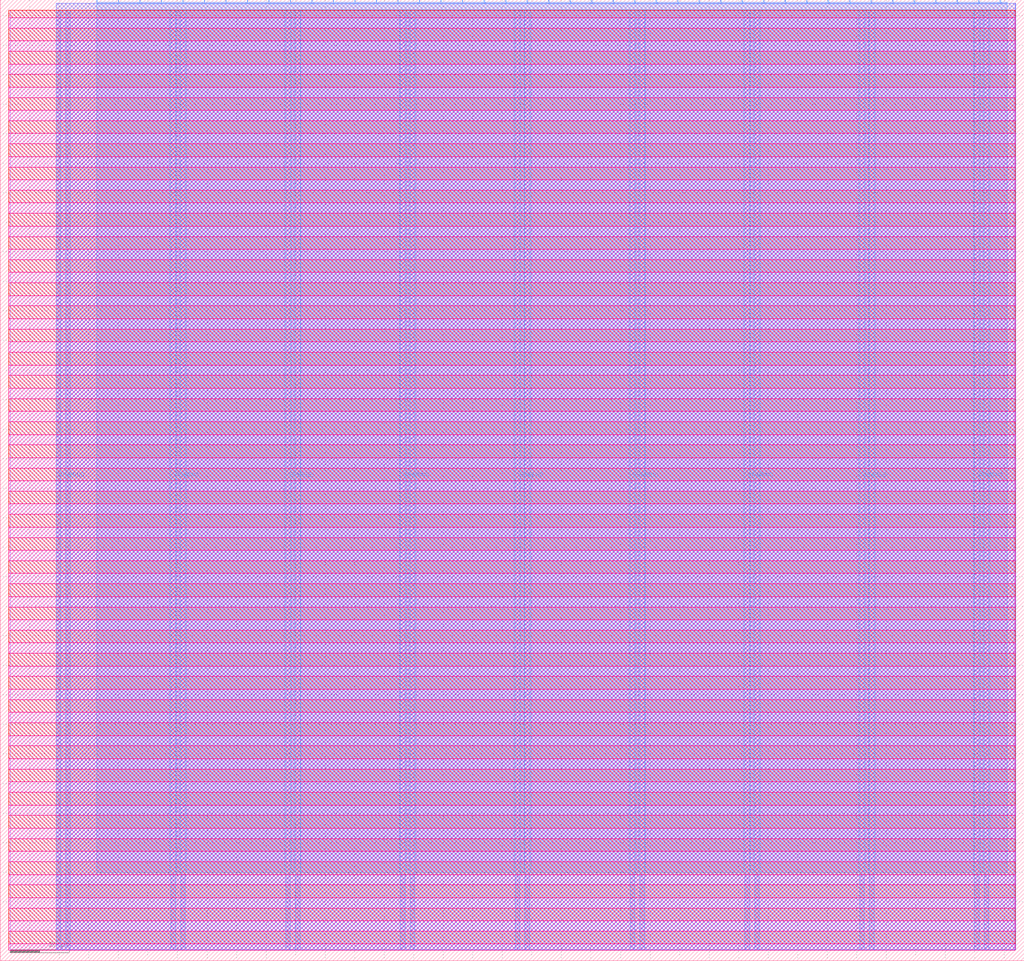
<source format=lef>
VERSION 5.7 ;
  NOWIREEXTENSIONATPIN ON ;
  DIVIDERCHAR "/" ;
  BUSBITCHARS "[]" ;
MACRO tt_um_essen
  CLASS BLOCK ;
  FOREIGN tt_um_essen ;
  ORIGIN 0.000 0.000 ;
  SIZE 346.640 BY 325.360 ;
  PIN VGND
    DIRECTION INOUT ;
    USE GROUND ;
    PORT
      LAYER Metal4 ;
        RECT 22.180 3.620 23.780 321.740 ;
    END
    PORT
      LAYER Metal4 ;
        RECT 61.050 3.620 62.650 321.740 ;
    END
    PORT
      LAYER Metal4 ;
        RECT 99.920 3.620 101.520 321.740 ;
    END
    PORT
      LAYER Metal4 ;
        RECT 138.790 3.620 140.390 321.740 ;
    END
    PORT
      LAYER Metal4 ;
        RECT 177.660 3.620 179.260 321.740 ;
    END
    PORT
      LAYER Metal4 ;
        RECT 216.530 3.620 218.130 321.740 ;
    END
    PORT
      LAYER Metal4 ;
        RECT 255.400 3.620 257.000 321.740 ;
    END
    PORT
      LAYER Metal4 ;
        RECT 294.270 3.620 295.870 321.740 ;
    END
    PORT
      LAYER Metal4 ;
        RECT 333.140 3.620 334.740 321.740 ;
    END
  END VGND
  PIN VPWR
    DIRECTION INOUT ;
    USE POWER ;
    PORT
      LAYER Metal4 ;
        RECT 18.880 3.620 20.480 321.740 ;
    END
    PORT
      LAYER Metal4 ;
        RECT 57.750 3.620 59.350 321.740 ;
    END
    PORT
      LAYER Metal4 ;
        RECT 96.620 3.620 98.220 321.740 ;
    END
    PORT
      LAYER Metal4 ;
        RECT 135.490 3.620 137.090 321.740 ;
    END
    PORT
      LAYER Metal4 ;
        RECT 174.360 3.620 175.960 321.740 ;
    END
    PORT
      LAYER Metal4 ;
        RECT 213.230 3.620 214.830 321.740 ;
    END
    PORT
      LAYER Metal4 ;
        RECT 252.100 3.620 253.700 321.740 ;
    END
    PORT
      LAYER Metal4 ;
        RECT 290.970 3.620 292.570 321.740 ;
    END
    PORT
      LAYER Metal4 ;
        RECT 329.840 3.620 331.440 321.740 ;
    END
  END VPWR
  PIN clk
    DIRECTION INPUT ;
    USE SIGNAL ;
    ANTENNAGATEAREA 4.738000 ;
    PORT
      LAYER Metal4 ;
        RECT 331.090 324.360 331.390 325.360 ;
    END
  END clk
  PIN ena
    DIRECTION INPUT ;
    USE SIGNAL ;
    ANTENNAGATEAREA 1.102000 ;
    PORT
      LAYER Metal4 ;
        RECT 338.370 324.360 338.670 325.360 ;
    END
  END ena
  PIN rst_n
    DIRECTION INPUT ;
    USE SIGNAL ;
    ANTENNAGATEAREA 1.183000 ;
    PORT
      LAYER Metal4 ;
        RECT 323.810 324.360 324.110 325.360 ;
    END
  END rst_n
  PIN ui_in[0]
    DIRECTION INPUT ;
    USE SIGNAL ;
    ANTENNAGATEAREA 0.396000 ;
    PORT
      LAYER Metal4 ;
        RECT 316.530 324.360 316.830 325.360 ;
    END
  END ui_in[0]
  PIN ui_in[1]
    DIRECTION INPUT ;
    USE SIGNAL ;
    ANTENNAGATEAREA 0.396000 ;
    PORT
      LAYER Metal4 ;
        RECT 309.250 324.360 309.550 325.360 ;
    END
  END ui_in[1]
  PIN ui_in[2]
    DIRECTION INPUT ;
    USE SIGNAL ;
    ANTENNAGATEAREA 0.396000 ;
    PORT
      LAYER Metal4 ;
        RECT 301.970 324.360 302.270 325.360 ;
    END
  END ui_in[2]
  PIN ui_in[3]
    DIRECTION INPUT ;
    USE SIGNAL ;
    ANTENNAGATEAREA 0.396000 ;
    PORT
      LAYER Metal4 ;
        RECT 294.690 324.360 294.990 325.360 ;
    END
  END ui_in[3]
  PIN ui_in[4]
    DIRECTION INPUT ;
    USE SIGNAL ;
    ANTENNAGATEAREA 0.396000 ;
    PORT
      LAYER Metal4 ;
        RECT 287.410 324.360 287.710 325.360 ;
    END
  END ui_in[4]
  PIN ui_in[5]
    DIRECTION INPUT ;
    USE SIGNAL ;
    ANTENNAGATEAREA 0.396000 ;
    PORT
      LAYER Metal4 ;
        RECT 280.130 324.360 280.430 325.360 ;
    END
  END ui_in[5]
  PIN ui_in[6]
    DIRECTION INPUT ;
    USE SIGNAL ;
    ANTENNAGATEAREA 0.396000 ;
    PORT
      LAYER Metal4 ;
        RECT 272.850 324.360 273.150 325.360 ;
    END
  END ui_in[6]
  PIN ui_in[7]
    DIRECTION INPUT ;
    USE SIGNAL ;
    ANTENNAGATEAREA 0.396000 ;
    PORT
      LAYER Metal4 ;
        RECT 265.570 324.360 265.870 325.360 ;
    END
  END ui_in[7]
  PIN uio_in[0]
    DIRECTION INPUT ;
    USE SIGNAL ;
    ANTENNAGATEAREA 0.396000 ;
    PORT
      LAYER Metal4 ;
        RECT 258.290 324.360 258.590 325.360 ;
    END
  END uio_in[0]
  PIN uio_in[1]
    DIRECTION INPUT ;
    USE SIGNAL ;
    ANTENNAGATEAREA 0.396000 ;
    PORT
      LAYER Metal4 ;
        RECT 251.010 324.360 251.310 325.360 ;
    END
  END uio_in[1]
  PIN uio_in[2]
    DIRECTION INPUT ;
    USE SIGNAL ;
    ANTENNAGATEAREA 0.726000 ;
    PORT
      LAYER Metal4 ;
        RECT 243.730 324.360 244.030 325.360 ;
    END
  END uio_in[2]
  PIN uio_in[3]
    DIRECTION INPUT ;
    USE SIGNAL ;
    ANTENNAGATEAREA 0.396000 ;
    PORT
      LAYER Metal4 ;
        RECT 236.450 324.360 236.750 325.360 ;
    END
  END uio_in[3]
  PIN uio_in[4]
    DIRECTION INPUT ;
    USE SIGNAL ;
    ANTENNAGATEAREA 0.741000 ;
    PORT
      LAYER Metal4 ;
        RECT 229.170 324.360 229.470 325.360 ;
    END
  END uio_in[4]
  PIN uio_in[5]
    DIRECTION INPUT ;
    USE SIGNAL ;
    ANTENNAGATEAREA 1.102000 ;
    PORT
      LAYER Metal4 ;
        RECT 221.890 324.360 222.190 325.360 ;
    END
  END uio_in[5]
  PIN uio_in[6]
    DIRECTION INPUT ;
    USE SIGNAL ;
    PORT
      LAYER Metal4 ;
        RECT 214.610 324.360 214.910 325.360 ;
    END
  END uio_in[6]
  PIN uio_in[7]
    DIRECTION INPUT ;
    USE SIGNAL ;
    PORT
      LAYER Metal4 ;
        RECT 207.330 324.360 207.630 325.360 ;
    END
  END uio_in[7]
  PIN uio_oe[0]
    DIRECTION OUTPUT ;
    USE SIGNAL ;
    ANTENNADIFFAREA 0.360800 ;
    PORT
      LAYER Metal4 ;
        RECT 83.570 324.360 83.870 325.360 ;
    END
  END uio_oe[0]
  PIN uio_oe[1]
    DIRECTION OUTPUT ;
    USE SIGNAL ;
    ANTENNADIFFAREA 0.360800 ;
    PORT
      LAYER Metal4 ;
        RECT 76.290 324.360 76.590 325.360 ;
    END
  END uio_oe[1]
  PIN uio_oe[2]
    DIRECTION OUTPUT ;
    USE SIGNAL ;
    ANTENNADIFFAREA 0.360800 ;
    PORT
      LAYER Metal4 ;
        RECT 69.010 324.360 69.310 325.360 ;
    END
  END uio_oe[2]
  PIN uio_oe[3]
    DIRECTION OUTPUT ;
    USE SIGNAL ;
    ANTENNADIFFAREA 0.360800 ;
    PORT
      LAYER Metal4 ;
        RECT 61.730 324.360 62.030 325.360 ;
    END
  END uio_oe[3]
  PIN uio_oe[4]
    DIRECTION OUTPUT ;
    USE SIGNAL ;
    ANTENNADIFFAREA 0.360800 ;
    PORT
      LAYER Metal4 ;
        RECT 54.450 324.360 54.750 325.360 ;
    END
  END uio_oe[4]
  PIN uio_oe[5]
    DIRECTION OUTPUT ;
    USE SIGNAL ;
    ANTENNADIFFAREA 0.360800 ;
    PORT
      LAYER Metal4 ;
        RECT 47.170 324.360 47.470 325.360 ;
    END
  END uio_oe[5]
  PIN uio_oe[6]
    DIRECTION OUTPUT ;
    USE SIGNAL ;
    ANTENNADIFFAREA 0.536800 ;
    PORT
      LAYER Metal4 ;
        RECT 39.890 324.360 40.190 325.360 ;
    END
  END uio_oe[6]
  PIN uio_oe[7]
    DIRECTION OUTPUT ;
    USE SIGNAL ;
    ANTENNADIFFAREA 0.536800 ;
    PORT
      LAYER Metal4 ;
        RECT 32.610 324.360 32.910 325.360 ;
    END
  END uio_oe[7]
  PIN uio_out[0]
    DIRECTION OUTPUT ;
    USE SIGNAL ;
    ANTENNADIFFAREA 0.360800 ;
    PORT
      LAYER Metal4 ;
        RECT 141.810 324.360 142.110 325.360 ;
    END
  END uio_out[0]
  PIN uio_out[1]
    DIRECTION OUTPUT ;
    USE SIGNAL ;
    ANTENNADIFFAREA 0.360800 ;
    PORT
      LAYER Metal4 ;
        RECT 134.530 324.360 134.830 325.360 ;
    END
  END uio_out[1]
  PIN uio_out[2]
    DIRECTION OUTPUT ;
    USE SIGNAL ;
    ANTENNADIFFAREA 0.360800 ;
    PORT
      LAYER Metal4 ;
        RECT 127.250 324.360 127.550 325.360 ;
    END
  END uio_out[2]
  PIN uio_out[3]
    DIRECTION OUTPUT ;
    USE SIGNAL ;
    ANTENNADIFFAREA 0.360800 ;
    PORT
      LAYER Metal4 ;
        RECT 119.970 324.360 120.270 325.360 ;
    END
  END uio_out[3]
  PIN uio_out[4]
    DIRECTION OUTPUT ;
    USE SIGNAL ;
    ANTENNADIFFAREA 0.360800 ;
    PORT
      LAYER Metal4 ;
        RECT 112.690 324.360 112.990 325.360 ;
    END
  END uio_out[4]
  PIN uio_out[5]
    DIRECTION OUTPUT ;
    USE SIGNAL ;
    ANTENNADIFFAREA 0.360800 ;
    PORT
      LAYER Metal4 ;
        RECT 105.410 324.360 105.710 325.360 ;
    END
  END uio_out[5]
  PIN uio_out[6]
    DIRECTION OUTPUT ;
    USE SIGNAL ;
    ANTENNADIFFAREA 1.986000 ;
    PORT
      LAYER Metal4 ;
        RECT 98.130 324.360 98.430 325.360 ;
    END
  END uio_out[6]
  PIN uio_out[7]
    DIRECTION OUTPUT ;
    USE SIGNAL ;
    ANTENNADIFFAREA 1.986000 ;
    PORT
      LAYER Metal4 ;
        RECT 90.850 324.360 91.150 325.360 ;
    END
  END uio_out[7]
  PIN uo_out[0]
    DIRECTION OUTPUT ;
    USE SIGNAL ;
    ANTENNADIFFAREA 1.986000 ;
    PORT
      LAYER Metal4 ;
        RECT 200.050 324.360 200.350 325.360 ;
    END
  END uo_out[0]
  PIN uo_out[1]
    DIRECTION OUTPUT ;
    USE SIGNAL ;
    ANTENNADIFFAREA 1.986000 ;
    PORT
      LAYER Metal4 ;
        RECT 192.770 324.360 193.070 325.360 ;
    END
  END uo_out[1]
  PIN uo_out[2]
    DIRECTION OUTPUT ;
    USE SIGNAL ;
    ANTENNADIFFAREA 1.986000 ;
    PORT
      LAYER Metal4 ;
        RECT 185.490 324.360 185.790 325.360 ;
    END
  END uo_out[2]
  PIN uo_out[3]
    DIRECTION OUTPUT ;
    USE SIGNAL ;
    ANTENNADIFFAREA 1.986000 ;
    PORT
      LAYER Metal4 ;
        RECT 178.210 324.360 178.510 325.360 ;
    END
  END uo_out[3]
  PIN uo_out[4]
    DIRECTION OUTPUT ;
    USE SIGNAL ;
    ANTENNADIFFAREA 1.986000 ;
    PORT
      LAYER Metal4 ;
        RECT 170.930 324.360 171.230 325.360 ;
    END
  END uo_out[4]
  PIN uo_out[5]
    DIRECTION OUTPUT ;
    USE SIGNAL ;
    ANTENNADIFFAREA 1.986000 ;
    PORT
      LAYER Metal4 ;
        RECT 163.650 324.360 163.950 325.360 ;
    END
  END uo_out[5]
  PIN uo_out[6]
    DIRECTION OUTPUT ;
    USE SIGNAL ;
    ANTENNADIFFAREA 1.986000 ;
    PORT
      LAYER Metal4 ;
        RECT 156.370 324.360 156.670 325.360 ;
    END
  END uo_out[6]
  PIN uo_out[7]
    DIRECTION OUTPUT ;
    USE SIGNAL ;
    ANTENNADIFFAREA 1.986000 ;
    PORT
      LAYER Metal4 ;
        RECT 149.090 324.360 149.390 325.360 ;
    END
  END uo_out[7]
  OBS
      LAYER Nwell ;
        RECT 2.930 319.280 343.710 321.870 ;
      LAYER Pwell ;
        RECT 2.930 315.760 343.710 319.280 ;
      LAYER Nwell ;
        RECT 2.930 311.440 343.710 315.760 ;
      LAYER Pwell ;
        RECT 2.930 307.920 343.710 311.440 ;
      LAYER Nwell ;
        RECT 2.930 303.600 343.710 307.920 ;
      LAYER Pwell ;
        RECT 2.930 300.080 343.710 303.600 ;
      LAYER Nwell ;
        RECT 2.930 295.760 343.710 300.080 ;
      LAYER Pwell ;
        RECT 2.930 292.240 343.710 295.760 ;
      LAYER Nwell ;
        RECT 2.930 287.920 343.710 292.240 ;
      LAYER Pwell ;
        RECT 2.930 284.400 343.710 287.920 ;
      LAYER Nwell ;
        RECT 2.930 280.080 343.710 284.400 ;
      LAYER Pwell ;
        RECT 2.930 276.560 343.710 280.080 ;
      LAYER Nwell ;
        RECT 2.930 272.240 343.710 276.560 ;
      LAYER Pwell ;
        RECT 2.930 268.720 343.710 272.240 ;
      LAYER Nwell ;
        RECT 2.930 264.400 343.710 268.720 ;
      LAYER Pwell ;
        RECT 2.930 260.880 343.710 264.400 ;
      LAYER Nwell ;
        RECT 2.930 256.560 343.710 260.880 ;
      LAYER Pwell ;
        RECT 2.930 253.040 343.710 256.560 ;
      LAYER Nwell ;
        RECT 2.930 248.720 343.710 253.040 ;
      LAYER Pwell ;
        RECT 2.930 245.200 343.710 248.720 ;
      LAYER Nwell ;
        RECT 2.930 240.880 343.710 245.200 ;
      LAYER Pwell ;
        RECT 2.930 237.360 343.710 240.880 ;
      LAYER Nwell ;
        RECT 2.930 233.040 343.710 237.360 ;
      LAYER Pwell ;
        RECT 2.930 229.520 343.710 233.040 ;
      LAYER Nwell ;
        RECT 2.930 225.200 343.710 229.520 ;
      LAYER Pwell ;
        RECT 2.930 221.680 343.710 225.200 ;
      LAYER Nwell ;
        RECT 2.930 217.360 343.710 221.680 ;
      LAYER Pwell ;
        RECT 2.930 213.840 343.710 217.360 ;
      LAYER Nwell ;
        RECT 2.930 209.520 343.710 213.840 ;
      LAYER Pwell ;
        RECT 2.930 206.000 343.710 209.520 ;
      LAYER Nwell ;
        RECT 2.930 201.680 343.710 206.000 ;
      LAYER Pwell ;
        RECT 2.930 198.160 343.710 201.680 ;
      LAYER Nwell ;
        RECT 2.930 193.840 343.710 198.160 ;
      LAYER Pwell ;
        RECT 2.930 190.320 343.710 193.840 ;
      LAYER Nwell ;
        RECT 2.930 186.000 343.710 190.320 ;
      LAYER Pwell ;
        RECT 2.930 182.480 343.710 186.000 ;
      LAYER Nwell ;
        RECT 2.930 178.160 343.710 182.480 ;
      LAYER Pwell ;
        RECT 2.930 174.640 343.710 178.160 ;
      LAYER Nwell ;
        RECT 2.930 170.320 343.710 174.640 ;
      LAYER Pwell ;
        RECT 2.930 166.800 343.710 170.320 ;
      LAYER Nwell ;
        RECT 2.930 162.480 343.710 166.800 ;
      LAYER Pwell ;
        RECT 2.930 158.960 343.710 162.480 ;
      LAYER Nwell ;
        RECT 2.930 154.640 343.710 158.960 ;
      LAYER Pwell ;
        RECT 2.930 151.120 343.710 154.640 ;
      LAYER Nwell ;
        RECT 2.930 146.800 343.710 151.120 ;
      LAYER Pwell ;
        RECT 2.930 143.280 343.710 146.800 ;
      LAYER Nwell ;
        RECT 2.930 138.960 343.710 143.280 ;
      LAYER Pwell ;
        RECT 2.930 135.440 343.710 138.960 ;
      LAYER Nwell ;
        RECT 2.930 131.120 343.710 135.440 ;
      LAYER Pwell ;
        RECT 2.930 127.600 343.710 131.120 ;
      LAYER Nwell ;
        RECT 2.930 123.280 343.710 127.600 ;
      LAYER Pwell ;
        RECT 2.930 119.760 343.710 123.280 ;
      LAYER Nwell ;
        RECT 2.930 115.440 343.710 119.760 ;
      LAYER Pwell ;
        RECT 2.930 111.920 343.710 115.440 ;
      LAYER Nwell ;
        RECT 2.930 107.600 343.710 111.920 ;
      LAYER Pwell ;
        RECT 2.930 104.080 343.710 107.600 ;
      LAYER Nwell ;
        RECT 2.930 99.760 343.710 104.080 ;
      LAYER Pwell ;
        RECT 2.930 96.240 343.710 99.760 ;
      LAYER Nwell ;
        RECT 2.930 91.920 343.710 96.240 ;
      LAYER Pwell ;
        RECT 2.930 88.400 343.710 91.920 ;
      LAYER Nwell ;
        RECT 2.930 84.080 343.710 88.400 ;
      LAYER Pwell ;
        RECT 2.930 80.560 343.710 84.080 ;
      LAYER Nwell ;
        RECT 2.930 76.240 343.710 80.560 ;
      LAYER Pwell ;
        RECT 2.930 72.720 343.710 76.240 ;
      LAYER Nwell ;
        RECT 2.930 68.400 343.710 72.720 ;
      LAYER Pwell ;
        RECT 2.930 64.880 343.710 68.400 ;
      LAYER Nwell ;
        RECT 2.930 60.560 343.710 64.880 ;
      LAYER Pwell ;
        RECT 2.930 57.040 343.710 60.560 ;
      LAYER Nwell ;
        RECT 2.930 52.720 343.710 57.040 ;
      LAYER Pwell ;
        RECT 2.930 49.200 343.710 52.720 ;
      LAYER Nwell ;
        RECT 2.930 44.880 343.710 49.200 ;
      LAYER Pwell ;
        RECT 2.930 41.360 343.710 44.880 ;
      LAYER Nwell ;
        RECT 2.930 37.040 343.710 41.360 ;
      LAYER Pwell ;
        RECT 2.930 33.520 343.710 37.040 ;
      LAYER Nwell ;
        RECT 2.930 29.200 343.710 33.520 ;
      LAYER Pwell ;
        RECT 2.930 25.680 343.710 29.200 ;
      LAYER Nwell ;
        RECT 2.930 21.360 343.710 25.680 ;
      LAYER Pwell ;
        RECT 2.930 17.840 343.710 21.360 ;
      LAYER Nwell ;
        RECT 2.930 13.520 343.710 17.840 ;
      LAYER Pwell ;
        RECT 2.930 10.000 343.710 13.520 ;
      LAYER Nwell ;
        RECT 2.930 5.680 343.710 10.000 ;
      LAYER Pwell ;
        RECT 2.930 3.490 343.710 5.680 ;
      LAYER Metal1 ;
        RECT 3.360 3.620 343.280 321.740 ;
      LAYER Metal2 ;
        RECT 19.020 3.730 343.700 324.150 ;
      LAYER Metal3 ;
        RECT 18.970 3.780 343.750 324.100 ;
      LAYER Metal4 ;
        RECT 33.210 324.060 39.590 324.590 ;
        RECT 40.490 324.060 46.870 324.590 ;
        RECT 47.770 324.060 54.150 324.590 ;
        RECT 55.050 324.060 61.430 324.590 ;
        RECT 62.330 324.060 68.710 324.590 ;
        RECT 69.610 324.060 75.990 324.590 ;
        RECT 76.890 324.060 83.270 324.590 ;
        RECT 84.170 324.060 90.550 324.590 ;
        RECT 91.450 324.060 97.830 324.590 ;
        RECT 98.730 324.060 105.110 324.590 ;
        RECT 106.010 324.060 112.390 324.590 ;
        RECT 113.290 324.060 119.670 324.590 ;
        RECT 120.570 324.060 126.950 324.590 ;
        RECT 127.850 324.060 134.230 324.590 ;
        RECT 135.130 324.060 141.510 324.590 ;
        RECT 142.410 324.060 148.790 324.590 ;
        RECT 149.690 324.060 156.070 324.590 ;
        RECT 156.970 324.060 163.350 324.590 ;
        RECT 164.250 324.060 170.630 324.590 ;
        RECT 171.530 324.060 177.910 324.590 ;
        RECT 178.810 324.060 185.190 324.590 ;
        RECT 186.090 324.060 192.470 324.590 ;
        RECT 193.370 324.060 199.750 324.590 ;
        RECT 200.650 324.060 207.030 324.590 ;
        RECT 207.930 324.060 214.310 324.590 ;
        RECT 215.210 324.060 221.590 324.590 ;
        RECT 222.490 324.060 228.870 324.590 ;
        RECT 229.770 324.060 236.150 324.590 ;
        RECT 237.050 324.060 243.430 324.590 ;
        RECT 244.330 324.060 250.710 324.590 ;
        RECT 251.610 324.060 257.990 324.590 ;
        RECT 258.890 324.060 265.270 324.590 ;
        RECT 266.170 324.060 272.550 324.590 ;
        RECT 273.450 324.060 279.830 324.590 ;
        RECT 280.730 324.060 287.110 324.590 ;
        RECT 288.010 324.060 294.390 324.590 ;
        RECT 295.290 324.060 301.670 324.590 ;
        RECT 302.570 324.060 308.950 324.590 ;
        RECT 309.850 324.060 316.230 324.590 ;
        RECT 317.130 324.060 323.510 324.590 ;
        RECT 324.410 324.060 330.790 324.590 ;
        RECT 331.690 324.060 338.070 324.590 ;
        RECT 338.970 324.060 340.900 324.590 ;
        RECT 32.620 322.040 340.900 324.060 ;
        RECT 32.620 29.770 57.450 322.040 ;
        RECT 59.650 29.770 60.750 322.040 ;
        RECT 62.950 29.770 96.320 322.040 ;
        RECT 98.520 29.770 99.620 322.040 ;
        RECT 101.820 29.770 135.190 322.040 ;
        RECT 137.390 29.770 138.490 322.040 ;
        RECT 140.690 29.770 174.060 322.040 ;
        RECT 176.260 29.770 177.360 322.040 ;
        RECT 179.560 29.770 212.930 322.040 ;
        RECT 215.130 29.770 216.230 322.040 ;
        RECT 218.430 29.770 251.800 322.040 ;
        RECT 254.000 29.770 255.100 322.040 ;
        RECT 257.300 29.770 290.670 322.040 ;
        RECT 292.870 29.770 293.970 322.040 ;
        RECT 296.170 29.770 329.540 322.040 ;
        RECT 331.740 29.770 332.840 322.040 ;
        RECT 335.040 29.770 340.900 322.040 ;
  END
END tt_um_essen
END LIBRARY


</source>
